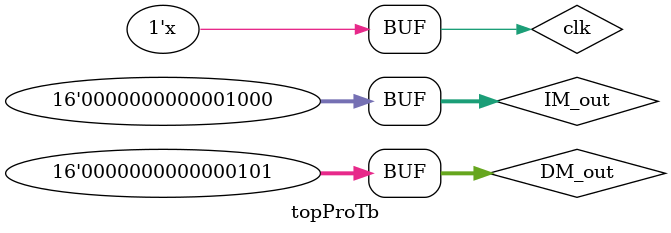
<source format=v>
`timescale 1ns / 1ps

module topProTb;
    reg clk;
    reg [15:0]DM_out;
    reg [15:0]IM_out;
    wire  [15:0]IM_in,DM_in,AR_out;
    wire  DM_en,IM_en,finish;
    parameter clk_period = 10;

    topProcessor topProcessor(clk,DM_out,IM_out,IM_in,DM_in,DM_en,IM_en,AR_out,finish);

    initial 
    begin
       clk = 0; 
    end
    
    always
        #(clk_period/2)
        clk = ~clk;
    initial
        begin
            IM_out=8'd8;DM_out=8'd5;
            #(clk_period);
            #(clk_period);
            #(clk_period);
            #(clk_period);
            #(clk_period);
            #(clk_period);
        end
endmodule

</source>
